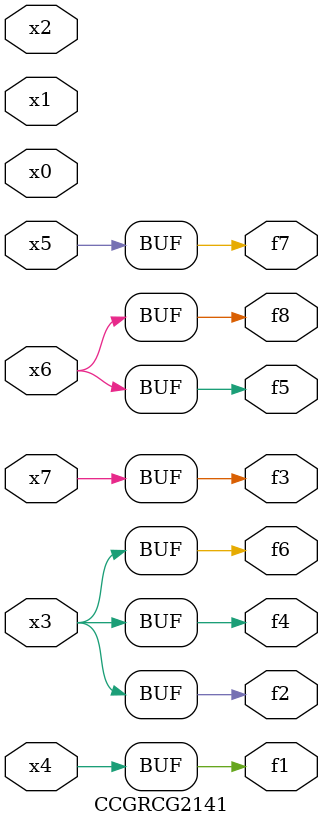
<source format=v>
module CCGRCG2141(
	input x0, x1, x2, x3, x4, x5, x6, x7,
	output f1, f2, f3, f4, f5, f6, f7, f8
);
	assign f1 = x4;
	assign f2 = x3;
	assign f3 = x7;
	assign f4 = x3;
	assign f5 = x6;
	assign f6 = x3;
	assign f7 = x5;
	assign f8 = x6;
endmodule

</source>
